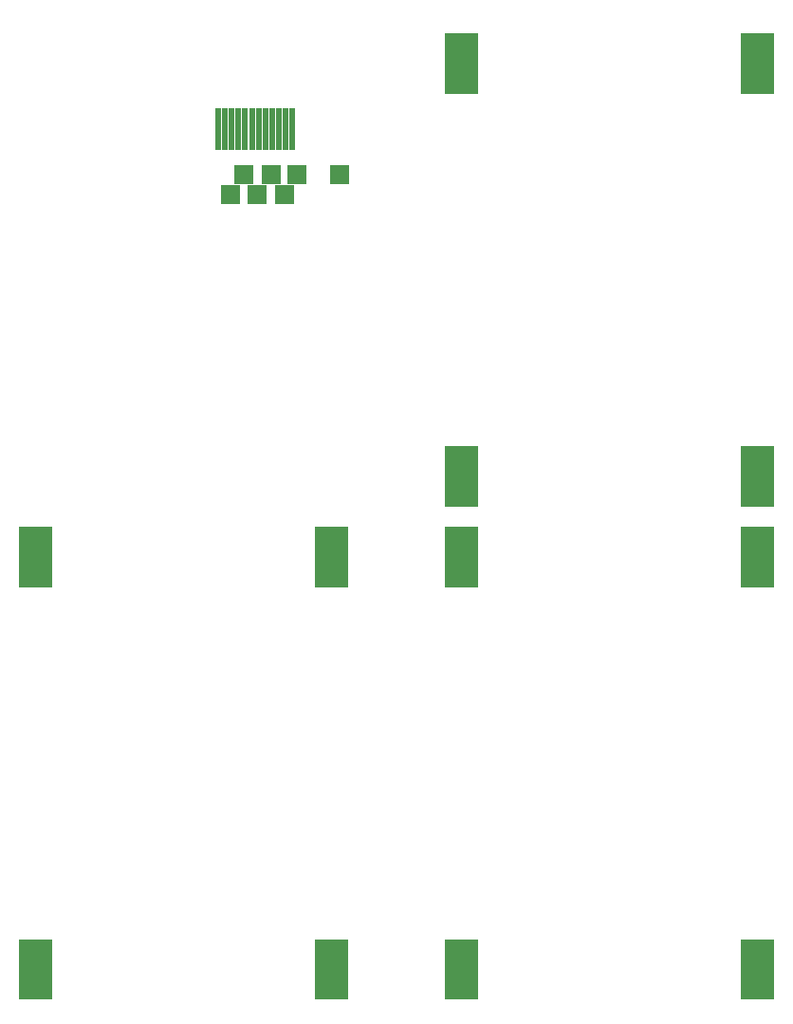
<source format=gbr>
%FSLAX34Y34*%
%MOMM*%
%LNSOLDERMASK_BOTTOM*%
G71*
G01*
%ADD10R, 0.50X3.70*%
%ADD11R, 1.70X1.70*%
%LPD*%
G36*
X682000Y996000D02*
X712000Y996000D01*
X712000Y942000D01*
X682000Y942000D01*
X682000Y996000D01*
G37*
G36*
X682000Y628000D02*
X712000Y628000D01*
X712000Y574000D01*
X682000Y574000D01*
X682000Y628000D01*
G37*
G36*
X418000Y628000D02*
X448000Y628000D01*
X448000Y574000D01*
X418000Y574000D01*
X418000Y628000D01*
G37*
G36*
X38000Y556000D02*
X68000Y556000D01*
X68000Y502000D01*
X38000Y502000D01*
X38000Y556000D01*
G37*
G36*
X302000Y556000D02*
X332000Y556000D01*
X332000Y502000D01*
X302000Y502000D01*
X302000Y556000D01*
G37*
G36*
X302000Y188000D02*
X332000Y188000D01*
X332000Y134000D01*
X302000Y134000D01*
X302000Y188000D01*
G37*
G36*
X38000Y188000D02*
X68000Y188000D01*
X68000Y134000D01*
X38000Y134000D01*
X38000Y188000D01*
G37*
G36*
X418000Y556000D02*
X448000Y556000D01*
X448000Y502000D01*
X418000Y502000D01*
X418000Y556000D01*
G37*
G36*
X682000Y556000D02*
X712000Y556000D01*
X712000Y502000D01*
X682000Y502000D01*
X682000Y556000D01*
G37*
G36*
X682000Y188000D02*
X712000Y188000D01*
X712000Y134000D01*
X682000Y134000D01*
X682000Y188000D01*
G37*
G36*
X418000Y188000D02*
X448000Y188000D01*
X448000Y134000D01*
X418000Y134000D01*
X418000Y188000D01*
G37*
X216000Y911000D02*
G54D10*
D03*
X222000Y911000D02*
G54D10*
D03*
X228000Y911000D02*
G54D10*
D03*
X234000Y911000D02*
G54D10*
D03*
X240000Y911000D02*
G54D10*
D03*
X246000Y911000D02*
G54D10*
D03*
X252000Y911000D02*
G54D10*
D03*
X258000Y911000D02*
G54D10*
D03*
X264000Y911000D02*
G54D10*
D03*
X270000Y911000D02*
G54D10*
D03*
X276000Y911000D02*
G54D10*
D03*
X282000Y911000D02*
G54D10*
D03*
X286000Y870000D02*
G54D11*
D03*
X263000Y870000D02*
G54D11*
D03*
X239000Y870000D02*
G54D11*
D03*
X251000Y852000D02*
G54D11*
D03*
X275000Y852000D02*
G54D11*
D03*
X227000Y852000D02*
G54D11*
D03*
X324000Y870000D02*
G54D11*
D03*
G36*
X418000Y996000D02*
X448000Y996000D01*
X448000Y942000D01*
X418000Y942000D01*
X418000Y996000D01*
G37*
M02*

</source>
